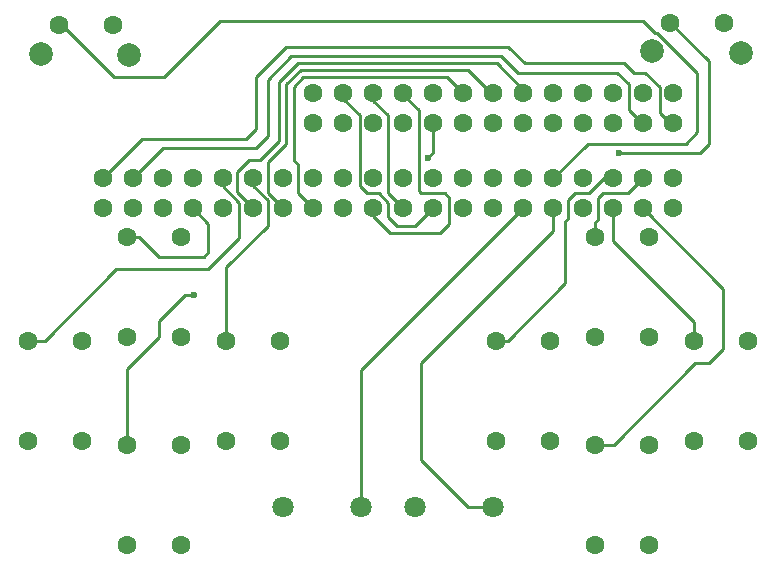
<source format=gbr>
G04 #@! TF.FileFunction,Copper,L1,Top,Signal*
%FSLAX46Y46*%
G04 Gerber Fmt 4.6, Leading zero omitted, Abs format (unit mm)*
G04 Created by KiCad (PCBNEW 4.0.5+dfsg1-4) date Wed Feb 14 20:28:42 2018*
%MOMM*%
%LPD*%
G01*
G04 APERTURE LIST*
%ADD10C,0.100000*%
%ADD11C,1.600000*%
%ADD12C,2.000000*%
%ADD13C,1.800000*%
%ADD14C,0.600000*%
%ADD15C,0.250000*%
G04 APERTURE END LIST*
D10*
D11*
X120514000Y-90765000D03*
X125086000Y-90765000D03*
D12*
X126483000Y-93305000D03*
X118990000Y-93178000D03*
D13*
X146102000Y-131600000D03*
X139498000Y-131600000D03*
X157302000Y-131600000D03*
X150698000Y-131600000D03*
D11*
X172314000Y-90565000D03*
X176886000Y-90565000D03*
D12*
X178283000Y-93105000D03*
X170790000Y-92978000D03*
D11*
X130886000Y-117191000D03*
X126314000Y-117191000D03*
X130886000Y-108682000D03*
X126314000Y-108682000D03*
X162086000Y-125991000D03*
X157514000Y-125991000D03*
X162086000Y-117482000D03*
X157514000Y-117482000D03*
X170486000Y-134791000D03*
X165914000Y-134791000D03*
X170486000Y-126282000D03*
X165914000Y-126282000D03*
X142090000Y-96530000D03*
X144630000Y-96530000D03*
X147170000Y-96530000D03*
X149710000Y-96530000D03*
X152250000Y-96530000D03*
X154790000Y-96530000D03*
X157330000Y-96530000D03*
X159870000Y-96530000D03*
X162410000Y-96530000D03*
X164950000Y-96530000D03*
X167490000Y-96530000D03*
X170030000Y-96530000D03*
X172570000Y-96530000D03*
X142090000Y-99070000D03*
X172570000Y-99070000D03*
X170030000Y-99070000D03*
X167490000Y-99070000D03*
X164950000Y-99070000D03*
X162410000Y-99070000D03*
X159870000Y-99070000D03*
X157330000Y-99070000D03*
X154790000Y-99070000D03*
X152250000Y-99070000D03*
X149710000Y-99070000D03*
X147170000Y-99070000D03*
X144630000Y-99070000D03*
X178886000Y-125991000D03*
X174314000Y-125991000D03*
X178886000Y-117482000D03*
X174314000Y-117482000D03*
X139286000Y-125991000D03*
X134714000Y-125991000D03*
X139286000Y-117482000D03*
X134714000Y-117482000D03*
X170486000Y-117191000D03*
X165914000Y-117191000D03*
X170486000Y-108682000D03*
X165914000Y-108682000D03*
X122486000Y-125991000D03*
X117914000Y-125991000D03*
X122486000Y-117482000D03*
X117914000Y-117482000D03*
X130886000Y-134791000D03*
X126314000Y-134791000D03*
X130886000Y-126282000D03*
X126314000Y-126282000D03*
X147130000Y-106270000D03*
X147130000Y-103730000D03*
X144590000Y-106270000D03*
X142050000Y-106270000D03*
X139510000Y-106270000D03*
X136970000Y-106270000D03*
X134430000Y-106270000D03*
X131890000Y-106270000D03*
X129350000Y-106270000D03*
X126810000Y-106270000D03*
X124270000Y-106270000D03*
X144590000Y-103730000D03*
X142050000Y-103730000D03*
X139510000Y-103730000D03*
X136970000Y-103730000D03*
X134430000Y-103730000D03*
X131890000Y-103730000D03*
X129350000Y-103730000D03*
X126810000Y-103730000D03*
X124270000Y-103730000D03*
X149670000Y-106270000D03*
X149670000Y-103730000D03*
X152210000Y-106270000D03*
X152210000Y-103730000D03*
X154750000Y-106270000D03*
X154750000Y-103730000D03*
X157290000Y-106270000D03*
X157290000Y-103730000D03*
X159830000Y-106270000D03*
X159830000Y-103730000D03*
X162370000Y-106270000D03*
X162370000Y-103730000D03*
X164910000Y-106270000D03*
X164910000Y-103730000D03*
X167450000Y-106270000D03*
X167450000Y-103730000D03*
X169990000Y-106270000D03*
X169990000Y-103730000D03*
X172530000Y-106270000D03*
X172530000Y-103730000D03*
D14*
X151800000Y-102000000D03*
X132000000Y-113600000D03*
X168000000Y-101600000D03*
D15*
X144630000Y-96530000D02*
X144630000Y-97030000D01*
X144630000Y-97030000D02*
X146000000Y-98400000D01*
X146000000Y-98400000D02*
X146000000Y-104400000D01*
X146000000Y-104400000D02*
X146600000Y-105000000D01*
X146600000Y-105000000D02*
X147600000Y-105000000D01*
X147600000Y-105000000D02*
X148400000Y-105800000D01*
X148400000Y-105800000D02*
X148400000Y-107000000D01*
X148400000Y-107000000D02*
X149200000Y-107800000D01*
X149200000Y-107800000D02*
X150680000Y-107800000D01*
X150680000Y-107800000D02*
X152210000Y-106270000D01*
X147170000Y-96530000D02*
X147170000Y-97170000D01*
X147170000Y-97170000D02*
X148400000Y-98400000D01*
X148400000Y-98400000D02*
X148400000Y-105000000D01*
X148400000Y-105000000D02*
X149670000Y-106270000D01*
X149710000Y-96530000D02*
X149710000Y-96710000D01*
X149710000Y-96710000D02*
X151000000Y-98000000D01*
X151000000Y-98000000D02*
X151000000Y-104800000D01*
X151000000Y-104800000D02*
X151200000Y-105000000D01*
X151200000Y-105000000D02*
X153200000Y-105000000D01*
X153200000Y-105000000D02*
X153600000Y-105400000D01*
X153600000Y-105400000D02*
X153600000Y-107600000D01*
X153600000Y-107600000D02*
X152800000Y-108400000D01*
X152800000Y-108400000D02*
X148600000Y-108400000D01*
X148600000Y-108400000D02*
X147130000Y-106930000D01*
X147130000Y-106930000D02*
X147130000Y-106270000D01*
X154790000Y-96530000D02*
X154730000Y-96530000D01*
X154730000Y-96530000D02*
X153400000Y-95200000D01*
X153400000Y-95200000D02*
X141200000Y-95200000D01*
X141200000Y-95200000D02*
X140400000Y-96000000D01*
X140400000Y-96000000D02*
X140400000Y-102200000D01*
X140400000Y-102200000D02*
X140800000Y-102600000D01*
X140800000Y-102600000D02*
X140800000Y-105020000D01*
X140800000Y-105020000D02*
X142050000Y-106270000D01*
X157330000Y-96530000D02*
X157130000Y-96530000D01*
X157130000Y-96530000D02*
X155200000Y-94600000D01*
X155200000Y-94600000D02*
X141000000Y-94600000D01*
X141000000Y-94600000D02*
X139800000Y-95800000D01*
X139800000Y-95800000D02*
X139800000Y-100800000D01*
X139800000Y-100800000D02*
X138200000Y-102400000D01*
X138200000Y-102400000D02*
X138200000Y-104960000D01*
X138200000Y-104960000D02*
X139510000Y-106270000D01*
X159870000Y-96530000D02*
X159870000Y-96270000D01*
X159870000Y-96270000D02*
X157600000Y-94000000D01*
X157600000Y-94000000D02*
X140800000Y-94000000D01*
X140800000Y-94000000D02*
X139200000Y-95600000D01*
X139200000Y-95600000D02*
X139200000Y-100600000D01*
X139200000Y-100600000D02*
X137600000Y-102200000D01*
X137600000Y-102200000D02*
X136600000Y-102200000D01*
X136600000Y-102200000D02*
X135600000Y-103200000D01*
X135600000Y-103200000D02*
X135600000Y-104900000D01*
X135600000Y-104900000D02*
X136970000Y-106270000D01*
X172570000Y-99070000D02*
X172270000Y-99070000D01*
X172270000Y-99070000D02*
X171400000Y-98200000D01*
X171400000Y-98200000D02*
X171400000Y-96000000D01*
X171400000Y-96000000D02*
X170200000Y-94800000D01*
X170200000Y-94800000D02*
X169200000Y-94800000D01*
X169200000Y-94800000D02*
X168400000Y-94000000D01*
X168400000Y-94000000D02*
X160000000Y-94000000D01*
X160000000Y-94000000D02*
X158600000Y-92600000D01*
X158600000Y-92600000D02*
X139800000Y-92600000D01*
X139800000Y-92600000D02*
X137200000Y-95200000D01*
X137200000Y-95200000D02*
X137200000Y-99600000D01*
X137200000Y-99600000D02*
X136400000Y-100400000D01*
X136400000Y-100400000D02*
X127600000Y-100400000D01*
X127600000Y-100400000D02*
X124270000Y-103730000D01*
X170030000Y-99070000D02*
X169870000Y-99070000D01*
X169870000Y-99070000D02*
X168800000Y-98000000D01*
X168800000Y-98000000D02*
X168800000Y-95800000D01*
X168800000Y-95800000D02*
X167800000Y-94800000D01*
X167800000Y-94800000D02*
X159400000Y-94800000D01*
X159400000Y-94800000D02*
X158000000Y-93400000D01*
X158000000Y-93400000D02*
X140200000Y-93400000D01*
X140200000Y-93400000D02*
X138200000Y-95400000D01*
X138200000Y-95400000D02*
X138200000Y-100200000D01*
X138200000Y-100200000D02*
X137200000Y-101200000D01*
X137200000Y-101200000D02*
X129340000Y-101200000D01*
X129340000Y-101200000D02*
X126810000Y-103730000D01*
X152250000Y-99070000D02*
X152250000Y-101550000D01*
X152250000Y-101550000D02*
X151800000Y-102000000D01*
X126314000Y-108682000D02*
X127282000Y-108682000D01*
X133200000Y-107580000D02*
X131890000Y-106270000D01*
X133200000Y-110000000D02*
X133200000Y-107580000D01*
X132800000Y-110400000D02*
X133200000Y-110000000D01*
X129000000Y-110400000D02*
X132800000Y-110400000D01*
X127282000Y-108682000D02*
X129000000Y-110400000D01*
X134714000Y-117482000D02*
X134714000Y-111286000D01*
X138200000Y-105600000D02*
X136970000Y-104370000D01*
X138200000Y-107800000D02*
X138200000Y-105600000D01*
X134714000Y-111286000D02*
X138200000Y-107800000D01*
X136970000Y-104370000D02*
X136970000Y-103730000D01*
X117914000Y-117482000D02*
X119318000Y-117482000D01*
X135800000Y-105800000D02*
X134430000Y-104430000D01*
X135800000Y-108800000D02*
X135800000Y-105800000D01*
X133200000Y-111400000D02*
X135800000Y-108800000D01*
X125400000Y-111400000D02*
X133200000Y-111400000D01*
X119318000Y-117482000D02*
X125400000Y-111400000D01*
X134430000Y-104430000D02*
X134430000Y-103730000D01*
X126314000Y-126282000D02*
X126314000Y-119886000D01*
X131200000Y-113600000D02*
X132000000Y-113600000D01*
X129000000Y-115800000D02*
X131200000Y-113600000D01*
X129000000Y-117200000D02*
X129000000Y-115800000D01*
X126314000Y-119886000D02*
X129000000Y-117200000D01*
X146102000Y-131600000D02*
X146102000Y-119998000D01*
X146102000Y-119998000D02*
X159830000Y-106270000D01*
X157302000Y-131600000D02*
X155200000Y-131600000D01*
X162370000Y-108230000D02*
X162370000Y-106270000D01*
X151200000Y-119400000D02*
X162370000Y-108230000D01*
X151200000Y-127600000D02*
X151200000Y-119400000D01*
X155200000Y-131600000D02*
X151200000Y-127600000D01*
X120514000Y-90765000D02*
X120765000Y-90765000D01*
X120765000Y-90765000D02*
X125200000Y-95200000D01*
X125200000Y-95200000D02*
X129400000Y-95200000D01*
X129400000Y-95200000D02*
X134200000Y-90400000D01*
X134200000Y-90400000D02*
X170000000Y-90400000D01*
X170000000Y-90400000D02*
X171000000Y-91400000D01*
X171000000Y-91400000D02*
X171200000Y-91400000D01*
X171200000Y-91400000D02*
X174600000Y-94800000D01*
X174600000Y-94800000D02*
X174600000Y-99800000D01*
X174600000Y-99800000D02*
X173600000Y-100800000D01*
X173600000Y-100800000D02*
X165300000Y-100800000D01*
X165300000Y-100800000D02*
X162370000Y-103730000D01*
X168000000Y-101600000D02*
X174800000Y-101600000D01*
X174800000Y-101600000D02*
X175600000Y-100800000D01*
X175600000Y-100800000D02*
X175600000Y-93851000D01*
X175600000Y-93851000D02*
X172314000Y-90565000D01*
X174314000Y-117482000D02*
X174314000Y-115914000D01*
X167450000Y-109050000D02*
X167450000Y-106270000D01*
X174314000Y-115914000D02*
X167450000Y-109050000D01*
X157514000Y-117482000D02*
X158518000Y-117482000D01*
X165400000Y-105000000D02*
X166670000Y-103730000D01*
X164200000Y-105000000D02*
X165400000Y-105000000D01*
X163600000Y-105600000D02*
X164200000Y-105000000D01*
X163600000Y-107200000D02*
X163600000Y-105600000D01*
X163400000Y-107400000D02*
X163600000Y-107200000D01*
X163400000Y-112600000D02*
X163400000Y-107400000D01*
X158518000Y-117482000D02*
X163400000Y-112600000D01*
X166670000Y-103730000D02*
X167450000Y-103730000D01*
X165914000Y-126282000D02*
X167518000Y-126282000D01*
X176800000Y-113080000D02*
X169990000Y-106270000D01*
X176800000Y-118200000D02*
X176800000Y-113080000D01*
X175600000Y-119400000D02*
X176800000Y-118200000D01*
X174400000Y-119400000D02*
X175600000Y-119400000D01*
X167518000Y-126282000D02*
X174400000Y-119400000D01*
X165914000Y-108682000D02*
X165914000Y-107486000D01*
X168720000Y-105000000D02*
X169990000Y-103730000D01*
X166600000Y-105000000D02*
X168720000Y-105000000D01*
X166200000Y-105400000D02*
X166600000Y-105000000D01*
X166200000Y-107200000D02*
X166200000Y-105400000D01*
X165914000Y-107486000D02*
X166200000Y-107200000D01*
M02*

</source>
